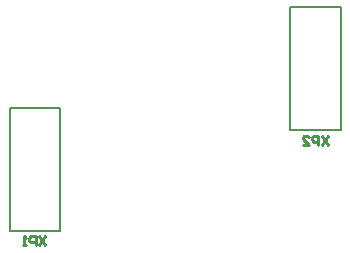
<source format=gbo>
G04*
G04 #@! TF.GenerationSoftware,Altium Limited,Altium Designer,18.1.7 (191)*
G04*
G04 Layer_Color=32896*
%FSLAX24Y24*%
%MOIN*%
G70*
G01*
G75*
%ADD11C,0.0079*%
%ADD12C,0.0100*%
D11*
X62352Y23927D02*
Y28031D01*
Y23927D02*
X64035D01*
Y28031D01*
X62352D02*
X64035D01*
X54685Y20551D02*
Y24656D01*
X53002D02*
X54685D01*
X53002Y20551D02*
Y24656D01*
Y20551D02*
X54685D01*
D12*
X63612Y23730D02*
X63402Y23415D01*
Y23730D02*
X63612Y23415D01*
X63297D02*
Y23730D01*
X63140D01*
X63087Y23678D01*
Y23573D01*
X63140Y23520D01*
X63297D01*
X62773Y23415D02*
X62982D01*
X62773Y23625D01*
Y23678D01*
X62825Y23730D01*
X62930D01*
X62982Y23678D01*
X54183Y20384D02*
X53973Y20069D01*
Y20384D02*
X54183Y20069D01*
X53868D02*
Y20384D01*
X53711D01*
X53658Y20331D01*
Y20226D01*
X53711Y20174D01*
X53868D01*
X53553Y20069D02*
X53448D01*
X53501D01*
Y20384D01*
X53553Y20331D01*
M02*

</source>
